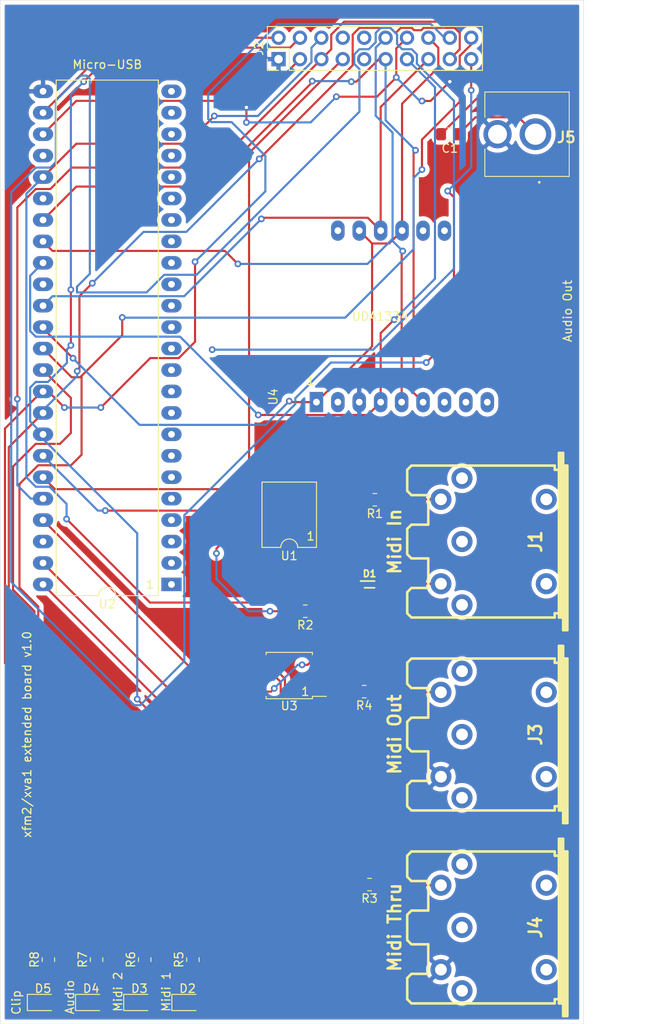
<source format=kicad_pcb>
(kicad_pcb (version 20171130) (host pcbnew "(5.1.10)-1")
  (layers (0 F.Cu signal) (31 B.Cu signal) (34 B.Paste user) (35 F.Paste user) (36 B.SilkS user) (37 F.SilkS user) (38 B.Mask user) (39 F.Mask user) (44 Edge.Cuts user))
  (net 0 "")
  (net 1 "Net-(C1-Pad1)")
  (net 2 SPDIF_OUT)
  (net 3 /MIDI_TX)
  (net 4 /MIDI_TX_RETURN)
  (net 5 "Net-(D2-Pad2)")
  (net 6 GND)
  (net 7 "Net-(D3-Pad2)")
  (net 8 "Net-(D4-Pad2)")
  (net 9 "Net-(D5-Pad2)")
  (net 10 "Net-(J1-Pad4)")
  (net 11 /*UART_TX)
  (net 12 /*UART_RX)
  (net 13 MIDI_THRU)
  (net 14 MIDI_OUT)
  (net 15 I2S_SCK)
  (net 16 I2S_SDA)
  (net 17 I2S_WS)
  (net 18 I2S_MUTE)
  (net 19 I2S_VCC)
  (net 20 LED_CLIP)
  (net 21 LED_AUDIO)
  (net 22 LED_MIDI_2)
  (net 23 LED_MIDI_1)
  (net 24 "Net-(J3-Pad4)")
  (net 25 "Net-(J4-Pad4)")
  (net 26 MIDI_IN_RETURN)
  (net 27 /EEPROM_VCC)
  (net 28 MIDI_IN)
  (net 29 /EEPROM_SCL)
  (net 30 /EEPROM_SDA)
  (net 31 "Net-(J1-Pad3)")
  (net 32 "Net-(J1-Pad2)")
  (net 33 "Net-(J1-Pad1)")
  (net 34 "Net-(J2-Pad8)")
  (net 35 "Net-(J2-Pad9)")
  (net 36 "Net-(J2-Pad10)")
  (net 37 "Net-(J3-Pad1)")
  (net 38 "Net-(J3-Pad2)")
  (net 39 "Net-(J3-Pad3)")
  (net 40 "Net-(J4-Pad3)")
  (net 41 "Net-(J4-Pad2)")
  (net 42 "Net-(J4-Pad1)")
  (net 43 "Net-(U1-Pad3)")
  (net 44 "Net-(U1-Pad6)")
  (net 45 "Net-(U2-Pad1)")
  (net 46 "Net-(U2-Pad2)")
  (net 47 "Net-(U2-Pad3)")
  (net 48 "Net-(U2-Pad4)")
  (net 49 "Net-(U2-Pad28)")
  (net 50 "Net-(U2-Pad5)")
  (net 51 "Net-(U2-Pad6)")
  (net 52 "Net-(U2-Pad30)")
  (net 53 "Net-(U2-Pad7)")
  (net 54 "Net-(U2-Pad8)")
  (net 55 "Net-(U2-Pad9)")
  (net 56 "Net-(U2-Pad10)")
  (net 57 "Net-(U2-Pad34)")
  (net 58 "Net-(U2-Pad11)")
  (net 59 "Net-(U2-Pad12)")
  (net 60 "Net-(U2-Pad13)")
  (net 61 "Net-(U2-Pad14)")
  (net 62 "Net-(U2-Pad15)")
  (net 63 "Net-(U2-Pad16)")
  (net 64 "Net-(U2-Pad17)")
  (net 65 "Net-(U2-Pad18)")
  (net 66 "Net-(U2-Pad19)")
  (net 67 "Net-(U2-Pad20)")
  (net 68 "Net-(U2-Pad21)")
  (net 69 "Net-(U2-Pad22)")
  (net 70 "Net-(U2-Pad46)")
  (net 71 "Net-(U2-Pad23)")
  (net 72 VCC)
  (net 73 "Net-(U4-Pad10)")
  (net 74 "Net-(U4-Pad2)")
  (net 75 "Net-(U4-Pad7)")
  (net 76 "Net-(U4-Pad8)")
  (net 77 "Net-(U4-Pad9)")
  (net 78 "Net-(U4-Pad14)")
  (net 79 "Net-(U4-Pad15)")
  (module samacsys:KLPX0848A2Y (layer F.Cu) (at 199.39 50.165 180)
    (fp_text reference J5 (at -3.66 -0.375 180) (layer F.SilkS) (effects (font (size 1.27 1.27) (thickness 0.254))))
    (fp_text value Conn_Coaxial hide)
    (pad 1 thru_hole circle (at 0 0 180) (size 3.765 3.765) (drill 2.51) (layers *.Cu *.Mask) (net 1 "Net-(C1-Pad1)"))
    (pad 2 thru_hole circle (at 4.5 0 180) (size 3.36 3.36) (drill 2.24) (layers *.Cu *.Mask) (net 6 GND))
  )
  (module samacsys:SODFL1608X70N (layer F.Cu) (at 179.705 103.505)
    (fp_text reference D1 (at 0 -1.27) (layer F.SilkS) (effects (font (size 0.8 0.8) (thickness 0.2))))
    (fp_text value D hide)
    (pad 1 smd rect (at -0.8 0 90) (size 0.42 0.54) (layers F.Cu F.Paste F.Mask) (net 3 /MIDI_TX))
    (pad 2 smd rect (at 0.8 0 90) (size 0.42 0.54) (layers F.Cu F.Paste F.Mask) (net 4 /MIDI_TX_RETURN))
  )
  (module Capacitor_SMD:C_0805_2012Metric_Pad1.18x1.45mm_HandSolder (layer F.Cu) (at 189.23 50.165 180)
    (fp_text reference C1 (at 0 -1.68) (layer F.SilkS))
    (fp_text value 10nF)
    (pad 1 smd roundrect (at -1.0375 0 180) (size 1.175 1.45) (layers F.Cu F.Paste F.Mask) (roundrect_rratio 0.212766) (net 1 "Net-(C1-Pad1)"))
    (pad 2 smd roundrect (at 1.0375 0 180) (size 1.175 1.45) (layers F.Cu F.Paste F.Mask) (roundrect_rratio 0.212766) (net 2 SPDIF_OUT))
  )
  (module LED_SMD:LED_0805_2012Metric_Pad1.15x1.40mm_HandSolder (layer F.Cu) (at 158.115 153.035)
    (fp_text reference D2 (at 0 -1.65) (layer F.SilkS))
    (fp_text value LED_MIDI_1)
    (pad 2 smd roundrect (at 1.025 0) (size 1.15 1.4) (layers F.Cu F.Paste F.Mask) (roundrect_rratio 0.217391) (net 5 "Net-(D2-Pad2)"))
    (pad 1 smd roundrect (at -1.025 0) (size 1.15 1.4) (layers F.Cu F.Paste F.Mask) (roundrect_rratio 0.217391) (net 6 GND))
  )
  (module LED_SMD:LED_0805_2012Metric_Pad1.15x1.40mm_HandSolder (layer F.Cu) (at 152.4 153.035)
    (fp_text reference D3 (at 0 -1.65) (layer F.SilkS))
    (fp_text value LED_MIDI_2)
    (pad 1 smd roundrect (at -1.025 0) (size 1.15 1.4) (layers F.Cu F.Paste F.Mask) (roundrect_rratio 0.217391) (net 6 GND))
    (pad 2 smd roundrect (at 1.025 0) (size 1.15 1.4) (layers F.Cu F.Paste F.Mask) (roundrect_rratio 0.217391) (net 7 "Net-(D3-Pad2)"))
  )
  (module LED_SMD:LED_0805_2012Metric_Pad1.15x1.40mm_HandSolder (layer F.Cu) (at 146.685 153.035)
    (fp_text reference D4 (at 0 -1.65) (layer F.SilkS))
    (fp_text value LED_AUDIO)
    (pad 1 smd roundrect (at -1.025 0) (size 1.15 1.4) (layers F.Cu F.Paste F.Mask) (roundrect_rratio 0.217391) (net 6 GND))
    (pad 2 smd roundrect (at 1.025 0) (size 1.15 1.4) (layers F.Cu F.Paste F.Mask) (roundrect_rratio 0.217391) (net 8 "Net-(D4-Pad2)"))
  )
  (module LED_SMD:LED_0805_2012Metric_Pad1.15x1.40mm_HandSolder (layer F.Cu) (at 140.97 153.035)
    (fp_text reference D5 (at 0 -1.65) (layer F.SilkS))
    (fp_text value LED_CLIP)
    (pad 2 smd roundrect (at 1.025 0) (size 1.15 1.4) (layers F.Cu F.Paste F.Mask) (roundrect_rratio 0.217391) (net 9 "Net-(D5-Pad2)"))
    (pad 1 smd roundrect (at -1.025 0) (size 1.15 1.4) (layers F.Cu F.Paste F.Mask) (roundrect_rratio 0.217391) (net 6 GND))
  )
  (module avconnectors:din-5 (layer F.Cu) (at 193.675 98.425 90)
    (fp_text reference J1 (at 0 5.715 90) (layer F.SilkS) (effects (font (size 1.5 1.5) (thickness 0.3))))
    (fp_text value "Midi In" (at 0 -11 90) (layer F.SilkS) (effects (font (size 1.5 1.5) (thickness 0.3))))
    (pad 3 thru_hole circle (at -7.5 -3 90) (size 2.5 2.5) (drill 1.4) (layers *.Cu *.Mask) (net 31 "Net-(J1-Pad3)"))
    (pad 4 thru_hole circle (at 5 -5.5 90) (size 2.5 2.5) (drill 1.4) (layers *.Cu *.Mask) (net 10 "Net-(J1-Pad4)"))
    (pad 2 thru_hole circle (at 0 -3 90) (size 2.5 2.5) (drill 1.4) (layers *.Cu *.Mask) (net 32 "Net-(J1-Pad2)"))
    (pad 1 thru_hole circle (at 7.5 -3 90) (size 2.5 2.5) (drill 1.4) (layers *.Cu *.Mask) (net 33 "Net-(J1-Pad1)"))
    (pad 5 thru_hole circle (at -5 -5.5 90) (size 2.5 2.5) (drill 1.4) (layers *.Cu *.Mask) (net 4 /MIDI_TX_RETURN))
    (pad 6 thru_hole circle (at 5 7 90) (size 2.5 2.5) (drill 1.4) (layers *.Cu *.Mask))
    (pad 6 thru_hole circle (at -5 7 90) (size 2.5 2.5) (drill 1.4) (layers *.Cu *.Mask))
  )
  (module Connector_PinHeader_2.54mm:PinHeader_2x10_P2.54mm_Vertical (layer F.Cu) (at 168.91 41.275 90)
    (fp_text reference J2 (at 1.27 -2.33 90) (layer F.SilkS))
    (fp_text value "Pin Breakout")
    (pad 1 thru_hole rect (at 0 0 90) (size 1.7 1.7) (drill 1) (layers *.Cu *.Mask) (net 6 GND))
    (pad 2 thru_hole oval (at 2.54 0 90) (size 1.7 1.7) (drill 1) (layers *.Cu *.Mask) (net 11 /*UART_TX))
    (pad 3 thru_hole oval (at 0 2.54 90) (size 1.7 1.7) (drill 1) (layers *.Cu *.Mask) (net 12 /*UART_RX))
    (pad 4 thru_hole oval (at 2.54 2.54 90) (size 1.7 1.7) (drill 1) (layers *.Cu *.Mask) (net 13 MIDI_THRU))
    (pad 5 thru_hole oval (at 0 5.08 90) (size 1.7 1.7) (drill 1) (layers *.Cu *.Mask) (net 2 SPDIF_OUT))
    (pad 6 thru_hole oval (at 2.54 5.08 90) (size 1.7 1.7) (drill 1) (layers *.Cu *.Mask) (net 14 MIDI_OUT))
    (pad 7 thru_hole oval (at 0 7.62 90) (size 1.7 1.7) (drill 1) (layers *.Cu *.Mask) (net 28 MIDI_IN))
    (pad 8 thru_hole oval (at 2.54 7.62 90) (size 1.7 1.7) (drill 1) (layers *.Cu *.Mask) (net 34 "Net-(J2-Pad8)"))
    (pad 9 thru_hole oval (at 0 10.16 90) (size 1.7 1.7) (drill 1) (layers *.Cu *.Mask) (net 35 "Net-(J2-Pad9)"))
    (pad 10 thru_hole oval (at 2.54 10.16 90) (size 1.7 1.7) (drill 1) (layers *.Cu *.Mask) (net 36 "Net-(J2-Pad10)"))
    (pad 11 thru_hole oval (at 0 12.7 90) (size 1.7 1.7) (drill 1) (layers *.Cu *.Mask) (net 15 I2S_SCK))
    (pad 12 thru_hole oval (at 2.54 12.7 90) (size 1.7 1.7) (drill 1) (layers *.Cu *.Mask) (net 16 I2S_SDA))
    (pad 13 thru_hole oval (at 0 15.24 90) (size 1.7 1.7) (drill 1) (layers *.Cu *.Mask) (net 17 I2S_WS))
    (pad 14 thru_hole oval (at 2.54 15.24 90) (size 1.7 1.7) (drill 1) (layers *.Cu *.Mask) (net 6 GND))
    (pad 15 thru_hole oval (at 0 17.78 90) (size 1.7 1.7) (drill 1) (layers *.Cu *.Mask) (net 18 I2S_MUTE))
    (pad 16 thru_hole oval (at 2.54 17.78 90) (size 1.7 1.7) (drill 1) (layers *.Cu *.Mask) (net 19 I2S_VCC))
    (pad 17 thru_hole oval (at 0 20.32 90) (size 1.7 1.7) (drill 1) (layers *.Cu *.Mask) (net 20 LED_CLIP))
    (pad 18 thru_hole oval (at 2.54 20.32 90) (size 1.7 1.7) (drill 1) (layers *.Cu *.Mask) (net 21 LED_AUDIO))
    (pad 19 thru_hole oval (at 0 22.86 90) (size 1.7 1.7) (drill 1) (layers *.Cu *.Mask) (net 22 LED_MIDI_2))
    (pad 20 thru_hole oval (at 2.54 22.86 90) (size 1.7 1.7) (drill 1) (layers *.Cu *.Mask) (net 23 LED_MIDI_1))
  )
  (module avconnectors:din-5 (layer F.Cu) (at 193.675 121.285 90)
    (fp_text reference J3 (at 0 5.715 90) (layer F.SilkS) (effects (font (size 1.5 1.5) (thickness 0.3))))
    (fp_text value "Midi Out" (at 0 -11 90) (layer F.SilkS) (effects (font (size 1.5 1.5) (thickness 0.3))))
    (pad 6 thru_hole circle (at -5 7 90) (size 2.5 2.5) (drill 1.4) (layers *.Cu *.Mask))
    (pad 6 thru_hole circle (at 5 7 90) (size 2.5 2.5) (drill 1.4) (layers *.Cu *.Mask))
    (pad 5 thru_hole circle (at -5 -5.5 90) (size 2.5 2.5) (drill 1.4) (layers *.Cu *.Mask) (net 6 GND))
    (pad 1 thru_hole circle (at 7.5 -3 90) (size 2.5 2.5) (drill 1.4) (layers *.Cu *.Mask) (net 37 "Net-(J3-Pad1)"))
    (pad 2 thru_hole circle (at 0 -3 90) (size 2.5 2.5) (drill 1.4) (layers *.Cu *.Mask) (net 38 "Net-(J3-Pad2)"))
    (pad 4 thru_hole circle (at 5 -5.5 90) (size 2.5 2.5) (drill 1.4) (layers *.Cu *.Mask) (net 24 "Net-(J3-Pad4)"))
    (pad 3 thru_hole circle (at -7.5 -3 90) (size 2.5 2.5) (drill 1.4) (layers *.Cu *.Mask) (net 39 "Net-(J3-Pad3)"))
  )
  (module avconnectors:din-5 (layer F.Cu) (at 193.675 144.145 90)
    (fp_text reference J4 (at 0 5.715 90) (layer F.SilkS) (effects (font (size 1.5 1.5) (thickness 0.3))))
    (fp_text value "Midi Thru" (at 0 -11 90) (layer F.SilkS) (effects (font (size 1.5 1.5) (thickness 0.3))))
    (pad 3 thru_hole circle (at -7.5 -3 90) (size 2.5 2.5) (drill 1.4) (layers *.Cu *.Mask) (net 40 "Net-(J4-Pad3)"))
    (pad 4 thru_hole circle (at 5 -5.5 90) (size 2.5 2.5) (drill 1.4) (layers *.Cu *.Mask) (net 25 "Net-(J4-Pad4)"))
    (pad 2 thru_hole circle (at 0 -3 90) (size 2.5 2.5) (drill 1.4) (layers *.Cu *.Mask) (net 41 "Net-(J4-Pad2)"))
    (pad 1 thru_hole circle (at 7.5 -3 90) (size 2.5 2.5) (drill 1.4) (layers *.Cu *.Mask) (net 42 "Net-(J4-Pad1)"))
    (pad 5 thru_hole circle (at -5 -5.5 90) (size 2.5 2.5) (drill 1.4) (layers *.Cu *.Mask) (net 6 GND))
    (pad 6 thru_hole circle (at 5 7 90) (size 2.5 2.5) (drill 1.4) (layers *.Cu *.Mask))
    (pad 6 thru_hole circle (at -5 7 90) (size 2.5 2.5) (drill 1.4) (layers *.Cu *.Mask))
  )
  (module Package_DIP:DIP-48_W15.24mm_LongPads (layer F.Cu) (at 156.21 103.505 180)
    (fp_text reference U2 (at 7.62 -2.33) (layer F.SilkS))
    (fp_text value CmodA7-35T)
    (pad 1 thru_hole rect (at 0 0 180) (size 2.4 1.6) (drill 0.8) (layers *.Cu *.Mask) (net 45 "Net-(U2-Pad1)"))
    (pad 25 thru_hole oval (at 15.24 58.42 180) (size 2.4 1.6) (drill 0.8) (layers *.Cu *.Mask) (net 6 GND))
    (pad 2 thru_hole oval (at 0 2.54 180) (size 2.4 1.6) (drill 0.8) (layers *.Cu *.Mask) (net 46 "Net-(U2-Pad2)"))
    (pad 26 thru_hole oval (at 15.24 55.88 180) (size 2.4 1.6) (drill 0.8) (layers *.Cu *.Mask) (net 11 /*UART_TX))
    (pad 3 thru_hole oval (at 0 5.08 180) (size 2.4 1.6) (drill 0.8) (layers *.Cu *.Mask) (net 47 "Net-(U2-Pad3)"))
    (pad 27 thru_hole oval (at 15.24 53.34 180) (size 2.4 1.6) (drill 0.8) (layers *.Cu *.Mask) (net 12 /*UART_RX))
    (pad 4 thru_hole oval (at 0 7.62 180) (size 2.4 1.6) (drill 0.8) (layers *.Cu *.Mask) (net 48 "Net-(U2-Pad4)"))
    (pad 28 thru_hole oval (at 15.24 50.8 180) (size 2.4 1.6) (drill 0.8) (layers *.Cu *.Mask) (net 49 "Net-(U2-Pad28)"))
    (pad 5 thru_hole oval (at 0 10.16 180) (size 2.4 1.6) (drill 0.8) (layers *.Cu *.Mask) (net 50 "Net-(U2-Pad5)"))
    (pad 29 thru_hole oval (at 15.24 48.26 180) (size 2.4 1.6) (drill 0.8) (layers *.Cu *.Mask) (net 14 MIDI_OUT))
    (pad 6 thru_hole oval (at 0 12.7 180) (size 2.4 1.6) (drill 0.8) (layers *.Cu *.Mask) (net 51 "Net-(U2-Pad6)"))
    (pad 30 thru_hole oval (at 15.24 45.72 180) (size 2.4 1.6) (drill 0.8) (layers *.Cu *.Mask) (net 52 "Net-(U2-Pad30)"))
    (pad 7 thru_hole oval (at 0 15.24 180) (size 2.4 1.6) (drill 0.8) (layers *.Cu *.Mask) (net 53 "Net-(U2-Pad7)"))
    (pad 31 thru_hole oval (at 15.24 43.18 180) (size 2.4 1.6) (drill 0.8) (layers *.Cu *.Mask) (net 15 I2S_SCK))
    (pad 8 thru_hole oval (at 0 17.78 180) (size 2.4 1.6) (drill 0.8) (layers *.Cu *.Mask) (net 54 "Net-(U2-Pad8)"))
    (pad 32 thru_hole oval (at 15.24 40.64 180) (size 2.4 1.6) (drill 0.8) (layers *.Cu *.Mask) (net 16 I2S_SDA))
    (pad 9 thru_hole oval (at 0 20.32 180) (size 2.4 1.6) (drill 0.8) (layers *.Cu *.Mask) (net 55 "Net-(U2-Pad9)"))
    (pad 33 thru_hole oval (at 15.24 38.1 180) (size 2.4 1.6) (drill 0.8) (layers *.Cu *.Mask) (net 17 I2S_WS))
    (pad 10 thru_hole oval (at 0 22.86 180) (size 2.4 1.6) (drill 0.8) (layers *.Cu *.Mask) (net 56 "Net-(U2-Pad10)"))
    (pad 34 thru_hole oval (at 15.24 35.56 180) (size 2.4 1.6) (drill 0.8) (layers *.Cu *.Mask) (net 57 "Net-(U2-Pad34)"))
    (pad 11 thru_hole oval (at 0 25.4 180) (size 2.4 1.6) (drill 0.8) (layers *.Cu *.Mask) (net 58 "Net-(U2-Pad11)"))
    (pad 35 thru_hole oval (at 15.24 33.02 180) (size 2.4 1.6) (drill 0.8) (layers *.Cu *.Mask) (net 18 I2S_MUTE))
    (pad 12 thru_hole oval (at 0 27.94 180) (size 2.4 1.6) (drill 0.8) (layers *.Cu *.Mask) (net 59 "Net-(U2-Pad12)"))
    (pad 36 thru_hole oval (at 15.24 30.48 180) (size 2.4 1.6) (drill 0.8) (layers *.Cu *.Mask) (net 19 I2S_VCC))
    (pad 13 thru_hole oval (at 0 30.48 180) (size 2.4 1.6) (drill 0.8) (layers *.Cu *.Mask) (net 60 "Net-(U2-Pad13)"))
    (pad 37 thru_hole oval (at 15.24 27.94 180) (size 2.4 1.6) (drill 0.8) (layers *.Cu *.Mask) (net 23 LED_MIDI_1))
    (pad 14 thru_hole oval (at 0 33.02 180) (size 2.4 1.6) (drill 0.8) (layers *.Cu *.Mask) (net 61 "Net-(U2-Pad14)"))
    (pad 38 thru_hole oval (at 15.24 25.4 180) (size 2.4 1.6) (drill 0.8) (layers *.Cu *.Mask) (net 22 LED_MIDI_2))
    (pad 15 thru_hole oval (at 0 35.56 180) (size 2.4 1.6) (drill 0.8) (layers *.Cu *.Mask) (net 62 "Net-(U2-Pad15)"))
    (pad 39 thru_hole oval (at 15.24 22.86 180) (size 2.4 1.6) (drill 0.8) (layers *.Cu *.Mask) (net 21 LED_AUDIO))
    (pad 16 thru_hole oval (at 0 38.1 180) (size 2.4 1.6) (drill 0.8) (layers *.Cu *.Mask) (net 63 "Net-(U2-Pad16)"))
    (pad 40 thru_hole oval (at 15.24 20.32 180) (size 2.4 1.6) (drill 0.8) (layers *.Cu *.Mask) (net 20 LED_CLIP))
    (pad 17 thru_hole oval (at 0 40.64 180) (size 2.4 1.6) (drill 0.8) (layers *.Cu *.Mask) (net 64 "Net-(U2-Pad17)"))
    (pad 41 thru_hole oval (at 15.24 17.78 180) (size 2.4 1.6) (drill 0.8) (layers *.Cu *.Mask) (net 13 MIDI_THRU))
    (pad 18 thru_hole oval (at 0 43.18 180) (size 2.4 1.6) (drill 0.8) (layers *.Cu *.Mask) (net 65 "Net-(U2-Pad18)"))
    (pad 42 thru_hole oval (at 15.24 15.24 180) (size 2.4 1.6) (drill 0.8) (layers *.Cu *.Mask) (net 26 MIDI_IN_RETURN))
    (pad 19 thru_hole oval (at 0 45.72 180) (size 2.4 1.6) (drill 0.8) (layers *.Cu *.Mask) (net 66 "Net-(U2-Pad19)"))
    (pad 43 thru_hole oval (at 15.24 12.7 180) (size 2.4 1.6) (drill 0.8) (layers *.Cu *.Mask) (net 28 MIDI_IN))
    (pad 20 thru_hole oval (at 0 48.26 180) (size 2.4 1.6) (drill 0.8) (layers *.Cu *.Mask) (net 67 "Net-(U2-Pad20)"))
    (pad 44 thru_hole oval (at 15.24 10.16 180) (size 2.4 1.6) (drill 0.8) (layers *.Cu *.Mask) (net 2 SPDIF_OUT))
    (pad 21 thru_hole oval (at 0 50.8 180) (size 2.4 1.6) (drill 0.8) (layers *.Cu *.Mask) (net 68 "Net-(U2-Pad21)"))
    (pad 45 thru_hole oval (at 15.24 7.62 180) (size 2.4 1.6) (drill 0.8) (layers *.Cu *.Mask) (net 27 /EEPROM_VCC))
    (pad 22 thru_hole oval (at 0 53.34 180) (size 2.4 1.6) (drill 0.8) (layers *.Cu *.Mask) (net 69 "Net-(U2-Pad22)"))
    (pad 46 thru_hole oval (at 15.24 5.08 180) (size 2.4 1.6) (drill 0.8) (layers *.Cu *.Mask) (net 70 "Net-(U2-Pad46)"))
    (pad 23 thru_hole oval (at 0 55.88 180) (size 2.4 1.6) (drill 0.8) (layers *.Cu *.Mask) (net 71 "Net-(U2-Pad23)"))
    (pad 47 thru_hole oval (at 15.24 2.54 180) (size 2.4 1.6) (drill 0.8) (layers *.Cu *.Mask) (net 29 /EEPROM_SCL))
    (pad 24 thru_hole oval (at 0 58.42 180) (size 2.4 1.6) (drill 0.8) (layers *.Cu *.Mask) (net 72 VCC))
    (pad 48 thru_hole oval (at 15.24 0 180) (size 2.4 1.6) (drill 0.8) (layers *.Cu *.Mask) (net 30 /EEPROM_SDA))
  )
  (module Package_SO:SOIC-8_5.275x5.275mm_P1.27mm (layer F.Cu) (at 170.18 114.3 180)
    (fp_text reference U3 (at 0 -3.59) (layer F.SilkS))
    (fp_text value 24LC01)
    (pad 1 smd roundrect (at -3.6 -1.905 180) (size 1.6 0.6) (layers F.Cu F.Paste F.Mask) (net 6 GND))
    (pad 2 smd roundrect (at -3.6 -0.635 180) (size 1.6 0.6) (layers F.Cu F.Paste F.Mask) (net 6 GND))
    (pad 3 smd roundrect (at -3.6 0.635 180) (size 1.6 0.6) (layers F.Cu F.Paste F.Mask) (net 27 /EEPROM_VCC))
    (pad 4 smd roundrect (at -3.6 1.905 180) (size 1.6 0.6) (layers F.Cu F.Paste F.Mask) (net 6 GND))
    (pad 5 smd roundrect (at 3.6 1.905 180) (size 1.6 0.6) (layers F.Cu F.Paste F.Mask) (net 30 /EEPROM_SDA))
    (pad 6 smd roundrect (at 3.6 0.635 180) (size 1.6 0.6) (layers F.Cu F.Paste F.Mask) (net 29 /EEPROM_SCL))
    (pad 7 smd roundrect (at 3.6 -0.635 180) (size 1.6 0.6) (layers F.Cu F.Paste F.Mask) (net 6 GND))
    (pad 8 smd roundrect (at 3.6 -1.905 180) (size 1.6 0.6) (layers F.Cu F.Paste F.Mask) (net 27 /EEPROM_VCC))
  )
  (module xfm2:Adafruit_UDA1334A_Breakout (layer F.Cu) (at 168.275 81.915 90)
    (fp_text reference U4 (at 0.635 0 90) (layer F.SilkS))
    (fp_text value UDA1334A)
    (pad 10 thru_hole oval (at 20.328 7.67 90) (size 2.4 1.6) (drill 0.8) (layers *.Cu *.Mask) (net 73 "Net-(U4-Pad10)"))
    (pad 4 thru_hole oval (at 0.008 12.75 90) (size 2.4 1.6) (drill 0.8) (layers *.Cu *.Mask) (net 17 I2S_WS))
    (pad 11 thru_hole oval (at 20.328 10.21 90) (size 2.4 1.6) (drill 0.8) (layers *.Cu *.Mask) (net 19 I2S_VCC))
    (pad 3 thru_hole oval (at 0.008 10.21 90) (size 2.4 1.6) (drill 0.8) (layers *.Cu *.Mask) (net 6 GND))
    (pad 12 thru_hole oval (at 20.328 12.75 90) (size 2.4 1.6) (drill 0.8) (layers *.Cu *.Mask) (net 18 I2S_MUTE))
    (pad 2 thru_hole oval (at 0.008 7.67 90) (size 2.4 1.6) (drill 0.8) (layers *.Cu *.Mask) (net 74 "Net-(U4-Pad2)"))
    (pad 13 thru_hole oval (at 20.328 15.29 90) (size 2.4 1.6) (drill 0.8) (layers *.Cu *.Mask) (net 19 I2S_VCC))
    (pad 1 thru_hole rect (at 0.008 5.13 90) (size 2.4 1.6) (drill 0.8) (layers *.Cu *.Mask) (net 19 I2S_VCC))
    (pad 5 thru_hole oval (at 0.008 15.24 90) (size 2.4 1.6) (drill 0.8) (layers *.Cu *.Mask) (net 16 I2S_SDA))
    (pad 6 thru_hole oval (at 0 17.78 90) (size 2.4 1.6) (drill 0.8) (layers *.Cu *.Mask) (net 15 I2S_SCK))
    (pad 7 thru_hole oval (at 0 20.32 90) (size 2.4 1.6) (drill 0.8) (layers *.Cu *.Mask) (net 75 "Net-(U4-Pad7)"))
    (pad 8 thru_hole oval (at 0 22.86 90) (size 2.4 1.6) (drill 0.8) (layers *.Cu *.Mask) (net 76 "Net-(U4-Pad8)"))
    (pad 9 thru_hole oval (at 0 25.4 90) (size 2.4 1.6) (drill 0.8) (layers *.Cu *.Mask) (net 77 "Net-(U4-Pad9)"))
    (pad 14 thru_hole oval (at 20.32 17.78 90) (size 2.4 1.6) (drill 0.8) (layers *.Cu *.Mask) (net 78 "Net-(U4-Pad14)"))
    (pad 15 thru_hole oval (at 20.32 20.32 90) (size 2.4 1.6) (drill 0.8) (layers *.Cu *.Mask) (net 79 "Net-(U4-Pad15)"))
  )
  (module Resistor_SMD:R_0805_2012Metric_Pad1.20x1.40mm_HandSolder (layer F.Cu) (at 180.34 93.472 180)
    (fp_text reference R1 (at 0 -1.65) (layer F.SilkS))
    (fp_text value 220)
    (pad 2 smd roundrect (at 1 0 180) (size 1.2 1.4) (layers F.Cu F.Paste F.Mask) (roundrect_rratio 0.208333) (net 3 /MIDI_TX))
    (pad 1 smd roundrect (at -1 0 180) (size 1.2 1.4) (layers F.Cu F.Paste F.Mask) (roundrect_rratio 0.208333) (net 10 "Net-(J1-Pad4)"))
  )
  (module Resistor_SMD:R_0805_2012Metric_Pad1.20x1.40mm_HandSolder (layer F.Cu) (at 172.085 106.68 180)
    (fp_text reference R2 (at 0 -1.65) (layer F.SilkS))
    (fp_text value 470)
    (pad 1 smd roundrect (at -1 0 180) (size 1.2 1.4) (layers F.Cu F.Paste F.Mask) (roundrect_rratio 0.208333) (net 27 /EEPROM_VCC))
    (pad 2 smd roundrect (at 1 0 180) (size 1.2 1.4) (layers F.Cu F.Paste F.Mask) (roundrect_rratio 0.208333) (net 26 MIDI_IN_RETURN))
  )
  (module Resistor_SMD:R_0805_2012Metric_Pad1.20x1.40mm_HandSolder (layer F.Cu) (at 179.705 139.065 180)
    (fp_text reference R3 (at 0 -1.65) (layer F.SilkS))
    (fp_text value 33)
    (pad 1 smd roundrect (at -1 0 180) (size 1.2 1.4) (layers F.Cu F.Paste F.Mask) (roundrect_rratio 0.208333) (net 25 "Net-(J4-Pad4)"))
    (pad 2 smd roundrect (at 1 0 180) (size 1.2 1.4) (layers F.Cu F.Paste F.Mask) (roundrect_rratio 0.208333) (net 13 MIDI_THRU))
  )
  (module Resistor_SMD:R_0805_2012Metric_Pad1.20x1.40mm_HandSolder (layer F.Cu) (at 179.07 116.205 180)
    (fp_text reference R4 (at 0 -1.65) (layer F.SilkS))
    (fp_text value 33)
    (pad 2 smd roundrect (at 1 0 180) (size 1.2 1.4) (layers F.Cu F.Paste F.Mask) (roundrect_rratio 0.208333) (net 14 MIDI_OUT))
    (pad 1 smd roundrect (at -1 0 180) (size 1.2 1.4) (layers F.Cu F.Paste F.Mask) (roundrect_rratio 0.208333) (net 24 "Net-(J3-Pad4)"))
  )
  (module Resistor_SMD:R_0805_2012Metric_Pad1.20x1.40mm_HandSolder (layer F.Cu) (at 158.75 147.955 90)
    (fp_text reference R5 (at 0 -1.65 90) (layer F.SilkS))
    (fp_text value 220)
    (pad 2 smd roundrect (at 1 0 90) (size 1.2 1.4) (layers F.Cu F.Paste F.Mask) (roundrect_rratio 0.208333) (net 23 LED_MIDI_1))
    (pad 1 smd roundrect (at -1 0 90) (size 1.2 1.4) (layers F.Cu F.Paste F.Mask) (roundrect_rratio 0.208333) (net 5 "Net-(D2-Pad2)"))
  )
  (module Resistor_SMD:R_0805_2012Metric_Pad1.20x1.40mm_HandSolder (layer F.Cu) (at 153.035 147.955 90)
    (fp_text reference R6 (at 0 -1.65 90) (layer F.SilkS))
    (fp_text value 220)
    (pad 1 smd roundrect (at -1 0 90) (size 1.2 1.4) (layers F.Cu F.Paste F.Mask) (roundrect_rratio 0.208333) (net 7 "Net-(D3-Pad2)"))
    (pad 2 smd roundrect (at 1 0 90) (size 1.2 1.4) (layers F.Cu F.Paste F.Mask) (roundrect_rratio 0.208333) (net 22 LED_MIDI_2))
  )
  (module Resistor_SMD:R_0805_2012Metric_Pad1.20x1.40mm_HandSolder (layer F.Cu) (at 147.32 147.955 90)
    (fp_text reference R7 (at 0 -1.65 90) (layer F.SilkS))
    (fp_text value 220)
    (pad 2 smd roundrect (at 1 0 90) (size 1.2 1.4) (layers F.Cu F.Paste F.Mask) (roundrect_rratio 0.208333) (net 21 LED_AUDIO))
    (pad 1 smd roundrect (at -1 0 90) (size 1.2 1.4) (layers F.Cu F.Paste F.Mask) (roundrect_rratio 0.208333) (net 8 "Net-(D4-Pad2)"))
  )
  (module Resistor_SMD:R_0805_2012Metric_Pad1.20x1.40mm_HandSolder (layer F.Cu) (at 141.605 147.955 90)
    (fp_text reference R8 (at 0 -1.65 90) (layer F.SilkS))
    (fp_text value 220)
    (pad 1 smd roundrect (at -1 0 90) (size 1.2 1.4) (layers F.Cu F.Paste F.Mask) (roundrect_rratio 0.208333) (net 9 "Net-(D5-Pad2)"))
    (pad 2 smd roundrect (at 1 0 90) (size 1.2 1.4) (layers F.Cu F.Paste F.Mask) (roundrect_rratio 0.208333) (net 20 LED_CLIP))
  )
  (module Package_DIP:SMDIP-6_W9.53mm_Clearance8mm (layer F.Cu) (at 170.18 95.25 180)
    (fp_text reference U1 (at 0 -4.87) (layer F.SilkS))
    (fp_text value 4N36)
    (pad 1 smd rect (at -4.765 -2.54 180) (size 1.5 1.78) (layers F.Cu F.Paste F.Mask) (net 3 /MIDI_TX))
    (pad 4 smd rect (at 4.765 2.54 180) (size 1.5 1.78) (layers F.Cu F.Paste F.Mask) (net 28 MIDI_IN))
    (pad 2 smd rect (at -4.765 0 180) (size 1.5 1.78) (layers F.Cu F.Paste F.Mask) (net 4 /MIDI_TX_RETURN))
    (pad 5 smd rect (at 4.765 0 180) (size 1.5 1.78) (layers F.Cu F.Paste F.Mask) (net 26 MIDI_IN_RETURN))
    (pad 3 smd rect (at -4.765 2.54 180) (size 1.5 1.78) (layers F.Cu F.Paste F.Mask) (net 43 "Net-(U1-Pad3)"))
    (pad 6 smd rect (at 4.765 -2.54 180) (size 1.5 1.78) (layers F.Cu F.Paste F.Mask) (net 44 "Net-(U1-Pad6)"))
  )
  (gr_text "xfm2/xva1 extended board v1.0" (at 139.065 121.285 90) (layer F.SilkS) (effects (font (size 1 1))))
  (gr_line (start 205.105 155.575) (end 135.89 155.575) (layer Edge.Cuts) (width 0.05))
  (gr_line (start 205.105 34.29) (end 205.105 155.575) (layer Edge.Cuts) (width 0.05))
  (gr_line (start 135.89 34.29) (end 205.105 34.29) (layer Edge.Cuts) (width 0.05))
  (gr_line (start 135.89 155.575) (end 135.89 34.29) (layer Edge.Cuts) (width 0.05))
  (gr_text "Audio Out" (at 203.2 71.12 90) (layer F.SilkS) (effects (font (size 1 1))))
  (gr_text 1 (at 172.72 97.79) (layer F.SilkS) (effects (font (size 1 1))))
  (gr_text 1 (at 172.085 116.205) (layer F.SilkS) (effects (font (size 1 1))))
  (gr_text 1 (at 153.67 103.505) (layer F.SilkS) (effects (font (size 1 1))))
  (gr_text 1 (at 172.72 79.375) (layer F.SilkS) (effects (font (size 1 1))))
  (gr_text UDA1334 (at 180.975 71.755) (layer F.SilkS) (effects (font (size 1 1))))
  (gr_text Micro-USB (at 148.59 41.91) (layer F.SilkS) (effects (font (size 1 1))))
  (gr_text "Midi 1" (at 155.575 151.765 90) (layer F.SilkS) (effects (font (size 1 1))))
  (gr_text "Midi 2" (at 149.86 151.765 90) (layer F.SilkS) (effects (font (size 1 1))))
  (gr_text Audio (at 144.145 152.4 90) (layer F.SilkS) (effects (font (size 1 1))))
  (gr_text Clip (at 137.795 153.035 90) (layer F.SilkS) (effects (font (size 1 1))))
  (segment (start 192.272501 48.159999) (end 190.2675 50.165) (width 0.25) (layer F.Cu) (net 1))
  (segment (start 197.384999 48.159999) (end 192.272501 48.159999) (width 0.25) (layer F.Cu) (net 1))
  (segment (start 199.39 50.165) (end 197.384999 48.159999) (width 0.25) (layer F.Cu) (net 1))
  (segment (start 188.1925 50.165) (end 194.564 43.7935) (width 0.25) (layer F.Cu) (net 2))
  (segment (start 194.564 43.7935) (end 194.564 38.608) (width 0.25) (layer F.Cu) (net 2))
  (segment (start 194.564 38.608) (end 192.786 36.83) (width 0.25) (layer F.Cu) (net 2))
  (segment (start 175.165001 38.360997) (end 175.165001 40.099999) (width 0.25) (layer F.Cu) (net 2))
  (segment (start 175.165001 40.099999) (end 173.99 41.275) (width 0.25) (layer F.Cu) (net 2))
  (segment (start 176.695998 36.83) (end 175.165001 38.360997) (width 0.25) (layer F.Cu) (net 2))
  (segment (start 192.786 36.83) (end 176.695998 36.83) (width 0.25) (layer F.Cu) (net 2))
  (segment (start 140.104006 56.65999) (end 137.922 58.841996) (width 0.25) (layer F.Cu) (net 2))
  (segment (start 141.835994 56.65999) (end 140.104006 56.65999) (width 0.25) (layer F.Cu) (net 2))
  (segment (start 144.375994 54.11999) (end 141.835994 56.65999) (width 0.25) (layer F.Cu) (net 2))
  (segment (start 161.14501 54.11999) (end 144.375994 54.11999) (width 0.25) (layer F.Cu) (net 2))
  (segment (start 173.99 41.275) (end 161.14501 54.11999) (width 0.25) (layer F.Cu) (net 2))
  (via (at 137.922 81.534) (size 0.8) (drill 0.4) (layers F.Cu B.Cu) (net 2))
  (segment (start 137.922 58.841996) (end 137.922 81.534) (width 0.25) (layer F.Cu) (net 2))
  (segment (start 139.52 93.345) (end 140.97 93.345) (width 0.25) (layer B.Cu) (net 2))
  (segment (start 137.922 91.747) (end 139.52 93.345) (width 0.25) (layer B.Cu) (net 2))
  (segment (start 137.922 81.534) (end 137.922 91.747) (width 0.25) (layer B.Cu) (net 2))
  (segment (start 178.905 101.75) (end 174.945 97.79) (width 0.25) (layer F.Cu) (net 3))
  (segment (start 178.905 103.505) (end 178.905 101.75) (width 0.25) (layer F.Cu) (net 3))
  (segment (start 173.869999 96.714999) (end 174.945 97.79) (width 0.25) (layer F.Cu) (net 3))
  (segment (start 173.869999 94.099999) (end 173.869999 96.714999) (width 0.25) (layer F.Cu) (net 3))
  (segment (start 174.044997 93.925001) (end 173.869999 94.099999) (width 0.25) (layer F.Cu) (net 3))
  (segment (start 178.886999 93.925001) (end 174.044997 93.925001) (width 0.25) (layer F.Cu) (net 3))
  (segment (start 179.34 93.472) (end 178.886999 93.925001) (width 0.25) (layer F.Cu) (net 3))
  (segment (start 180.585 103.425) (end 180.505 103.505) (width 0.25) (layer F.Cu) (net 4))
  (segment (start 188.175 103.425) (end 180.585 103.425) (width 0.25) (layer F.Cu) (net 4))
  (segment (start 180.505 100.81) (end 174.945 95.25) (width 0.25) (layer F.Cu) (net 4))
  (segment (start 180.505 103.505) (end 180.505 100.81) (width 0.25) (layer F.Cu) (net 4))
  (segment (start 159.14 149.345) (end 158.75 148.955) (width 0.25) (layer F.Cu) (net 5))
  (segment (start 159.14 153.035) (end 159.14 149.345) (width 0.25) (layer F.Cu) (net 5))
  (segment (start 184.15 38.735) (end 182.88 40.005) (width 0.25) (layer F.Cu) (net 6))
  (via (at 182.88 43.434) (size 0.8) (drill 0.4) (layers F.Cu B.Cu) (net 6))
  (segment (start 182.88 40.005) (end 182.88 43.434) (width 0.25) (layer F.Cu) (net 6))
  (segment (start 182.88 43.434) (end 185.674 46.228) (width 0.25) (layer B.Cu) (net 6))
  (via (at 185.928 46.228) (size 0.8) (drill 0.4) (layers F.Cu B.Cu) (net 6))
  (segment (start 185.674 46.228) (end 185.928 46.228) (width 0.25) (layer B.Cu) (net 6))
  (segment (start 185.928 46.228) (end 186.944 46.228) (width 0.25) (layer F.Cu) (net 6))
  (via (at 189.23 43.942) (size 0.8) (drill 0.4) (layers F.Cu B.Cu) (net 6))
  (segment (start 186.944 46.228) (end 189.23 43.942) (width 0.25) (layer F.Cu) (net 6))
  (via (at 175.768 45.72) (size 0.8) (drill 0.4) (layers F.Cu B.Cu) (net 6))
  (segment (start 180.594 45.72) (end 175.768 45.72) (width 0.25) (layer F.Cu) (net 6))
  (segment (start 182.88 43.434) (end 180.594 45.72) (width 0.25) (layer F.Cu) (net 6))
  (segment (start 175.768 45.72) (end 172.72 48.768) (width 0.25) (layer B.Cu) (net 6))
  (via (at 165.1 48.768) (size 0.8) (drill 0.4) (layers F.Cu B.Cu) (net 6))
  (segment (start 172.72 48.768) (end 165.1 48.768) (width 0.25) (layer B.Cu) (net 6))
  (segment (start 165.1 48.768) (end 165.1 46.99) (width 0.25) (layer F.Cu) (net 6))
  (via (at 165.1 46.99) (size 0.8) (drill 0.4) (layers F.Cu B.Cu) (net 6))
  (segment (start 153.425 149.345) (end 153.035 148.955) (width 0.25) (layer F.Cu) (net 7))
  (segment (start 153.425 153.035) (end 153.425 149.345) (width 0.25) (layer F.Cu) (net 7))
  (segment (start 147.71 149.345) (end 147.32 148.955) (width 0.25) (layer F.Cu) (net 8))
  (segment (start 147.71 153.035) (end 147.71 149.345) (width 0.25) (layer F.Cu) (net 8))
  (segment (start 141.995 149.345) (end 141.605 148.955) (width 0.25) (layer F.Cu) (net 9))
  (segment (start 141.995 153.035) (end 141.995 149.345) (width 0.25) (layer F.Cu) (net 9))
  (segment (start 181.387 93.425) (end 181.34 93.472) (width 0.25) (layer F.Cu) (net 10))
  (segment (start 188.175 93.425) (end 181.387 93.425) (width 0.25) (layer F.Cu) (net 10))
  (segment (start 149.86 38.735) (end 140.97 47.625) (width 0.25) (layer F.Cu) (net 11))
  (segment (start 168.91 38.735) (end 149.86 38.735) (width 0.25) (layer F.Cu) (net 11))
  (segment (start 166.51499 46.21001) (end 171.45 41.275) (width 0.25) (layer F.Cu) (net 12))
  (segment (start 144.92499 46.21001) (end 166.51499 46.21001) (width 0.25) (layer F.Cu) (net 12))
  (segment (start 140.97 50.165) (end 144.92499 46.21001) (width 0.25) (layer F.Cu) (net 12))
  (segment (start 178.705 139.065) (end 174.625 139.065) (width 0.25) (layer F.Cu) (net 13))
  (segment (start 174.625 139.065) (end 174.117 139.065) (width 0.25) (layer F.Cu) (net 13))
  (via (at 152.146 117.094) (size 0.8) (drill 0.4) (layers F.Cu B.Cu) (net 13))
  (segment (start 174.117 139.065) (end 152.146 117.094) (width 0.25) (layer F.Cu) (net 13))
  (segment (start 140.97 86.273996) (end 140.97 85.725) (width 0.25) (layer B.Cu) (net 13))
  (segment (start 152.146 97.449996) (end 140.97 86.273996) (width 0.25) (layer B.Cu) (net 13))
  (segment (start 152.146 117.094) (end 152.146 97.449996) (width 0.25) (layer B.Cu) (net 13))
  (segment (start 170.274999 39.910001) (end 149.827999 39.910001) (width 0.25) (layer F.Cu) (net 13))
  (segment (start 171.45 38.735) (end 170.274999 39.910001) (width 0.25) (layer F.Cu) (net 13))
  (via (at 145.796 43.942) (size 0.8) (drill 0.4) (layers F.Cu B.Cu) (net 13))
  (segment (start 149.827999 39.910001) (end 145.796 43.942) (width 0.25) (layer F.Cu) (net 13))
  (segment (start 145.796 43.942) (end 144.272 45.466) (width 0.25) (layer B.Cu) (net 13))
  (via (at 144.272 68.58) (size 0.8) (drill 0.4) (layers F.Cu B.Cu) (net 13))
  (segment (start 144.272 45.466) (end 144.272 68.58) (width 0.25) (layer B.Cu) (net 13))
  (segment (start 144.272 68.58) (end 144.272 75.184) (width 0.25) (layer F.Cu) (net 13))
  (via (at 144.272 75.184) (size 0.8) (drill 0.4) (layers F.Cu B.Cu) (net 13))
  (segment (start 139.44499 84.19999) (end 140.97 85.725) (width 0.25) (layer B.Cu) (net 13))
  (segment (start 139.44499 80.179006) (end 139.44499 84.19999) (width 0.25) (layer B.Cu) (net 13))
  (segment (start 140.104006 79.51999) (end 139.44499 80.179006) (width 0.25) (layer B.Cu) (net 13))
  (segment (start 143.800999 77.265005) (end 141.546014 79.51999) (width 0.25) (layer B.Cu) (net 13))
  (segment (start 143.800999 75.655001) (end 143.800999 77.265005) (width 0.25) (layer B.Cu) (net 13))
  (segment (start 141.546014 79.51999) (end 140.104006 79.51999) (width 0.25) (layer B.Cu) (net 13))
  (segment (start 144.272 75.184) (end 143.800999 75.655001) (width 0.25) (layer B.Cu) (net 13))
  (segment (start 173.67318 105.65499) (end 153.66099 105.65499) (width 0.25) (layer F.Cu) (net 14))
  (segment (start 178.07 110.05181) (end 173.67318 105.65499) (width 0.25) (layer F.Cu) (net 14))
  (segment (start 178.07 116.205) (end 178.07 110.05181) (width 0.25) (layer F.Cu) (net 14))
  (via (at 143.764 95.758) (size 0.8) (drill 0.4) (layers F.Cu B.Cu) (net 14))
  (segment (start 153.66099 105.65499) (end 143.764 95.758) (width 0.25) (layer F.Cu) (net 14))
  (segment (start 138.99498 57.22002) (end 140.97 55.245) (width 0.25) (layer B.Cu) (net 14))
  (segment (start 138.99498 90.820984) (end 138.99498 57.22002) (width 0.25) (layer B.Cu) (net 14))
  (segment (start 140.104006 91.93001) (end 138.99498 90.820984) (width 0.25) (layer B.Cu) (net 14))
  (segment (start 141.732 91.93001) (end 140.104006 91.93001) (width 0.25) (layer B.Cu) (net 14))
  (segment (start 143.764 93.96201) (end 141.732 91.93001) (width 0.25) (layer B.Cu) (net 14))
  (segment (start 143.764 95.758) (end 143.764 93.96201) (width 0.25) (layer B.Cu) (net 14))
  (segment (start 144.92499 51.29001) (end 158.00599 51.29001) (width 0.25) (layer F.Cu) (net 14))
  (segment (start 140.97 55.245) (end 144.92499 51.29001) (width 0.25) (layer F.Cu) (net 14))
  (via (at 161.29 48.006) (size 0.8) (drill 0.4) (layers F.Cu B.Cu) (net 14))
  (segment (start 158.00599 51.29001) (end 161.29 48.006) (width 0.25) (layer F.Cu) (net 14))
  (segment (start 172.814999 39.910001) (end 173.99 38.735) (width 0.25) (layer B.Cu) (net 14))
  (segment (start 172.814999 41.649003) (end 172.814999 39.910001) (width 0.25) (layer B.Cu) (net 14))
  (segment (start 166.458002 48.006) (end 172.814999 41.649003) (width 0.25) (layer B.Cu) (net 14))
  (segment (start 161.29 48.006) (end 166.458002 48.006) (width 0.25) (layer B.Cu) (net 14))
  (segment (start 184.92999 80.78999) (end 184.92999 52.30601) (width 0.25) (layer F.Cu) (net 15))
  (segment (start 186.055 81.915) (end 184.92999 80.78999) (width 0.25) (layer F.Cu) (net 15))
  (via (at 185.166 52.07) (size 0.8) (drill 0.4) (layers F.Cu B.Cu) (net 15))
  (segment (start 184.92999 52.30601) (end 185.166 52.07) (width 0.25) (layer F.Cu) (net 15))
  (segment (start 181.61 48.514) (end 181.61 41.275) (width 0.25) (layer B.Cu) (net 15))
  (segment (start 185.166 52.07) (end 181.61 48.514) (width 0.25) (layer B.Cu) (net 15))
  (segment (start 144.92499 56.37001) (end 157.49799 56.37001) (width 0.25) (layer F.Cu) (net 15))
  (segment (start 140.97 60.325) (end 144.92499 56.37001) (width 0.25) (layer F.Cu) (net 15))
  (segment (start 157.49799 56.37001) (end 160.54599 56.37001) (width 0.25) (layer F.Cu) (net 15))
  (via (at 172.905847 43.873847) (size 0.8) (drill 0.4) (layers F.Cu B.Cu) (net 15))
  (segment (start 172.905847 44.010153) (end 172.905847 43.873847) (width 0.25) (layer F.Cu) (net 15))
  (segment (start 160.54599 56.37001) (end 172.905847 44.010153) (width 0.25) (layer F.Cu) (net 15))
  (segment (start 172.905847 43.873847) (end 177.477847 43.873847) (width 0.25) (layer B.Cu) (net 15))
  (via (at 177.546 43.942) (size 0.8) (drill 0.4) (layers F.Cu B.Cu) (net 15))
  (segment (start 177.477847 43.873847) (end 177.546 43.942) (width 0.25) (layer B.Cu) (net 15))
  (segment (start 180.809002 41.275) (end 181.61 41.275) (width 0.25) (layer F.Cu) (net 15))
  (segment (start 178.142002 43.942) (end 180.809002 41.275) (width 0.25) (layer F.Cu) (net 15))
  (segment (start 177.546 43.942) (end 178.142002 43.942) (width 0.25) (layer F.Cu) (net 15))
  (segment (start 183.515 81.907) (end 183.515 64.135) (width 0.25) (layer F.Cu) (net 16))
  (via (at 183.642 64.008) (size 0.8) (drill 0.4) (layers F.Cu B.Cu) (net 16))
  (segment (start 183.515 64.135) (end 183.642 64.008) (width 0.25) (layer F.Cu) (net 16))
  (segment (start 180.434999 47.975409) (end 180.434999 39.910001) (width 0.25) (layer B.Cu) (net 16))
  (segment (start 182.43999 49.9804) (end 180.434999 47.975409) (width 0.25) (layer B.Cu) (net 16))
  (segment (start 180.434999 39.910001) (end 181.61 38.735) (width 0.25) (layer B.Cu) (net 16))
  (segment (start 183.642 64.008) (end 182.43999 62.80599) (width 0.25) (layer B.Cu) (net 16))
  (segment (start 142.09501 63.99001) (end 162.54201 63.99001) (width 0.25) (layer F.Cu) (net 16))
  (segment (start 140.97 62.865) (end 142.09501 63.99001) (width 0.25) (layer F.Cu) (net 16))
  (via (at 164.084 65.532) (size 0.8) (drill 0.4) (layers F.Cu B.Cu) (net 16))
  (segment (start 162.54201 63.99001) (end 164.084 65.532) (width 0.25) (layer F.Cu) (net 16))
  (segment (start 179.45998 65.532) (end 182.43999 62.55199) (width 0.25) (layer B.Cu) (net 16))
  (segment (start 164.084 65.532) (end 179.45998 65.532) (width 0.25) (layer B.Cu) (net 16))
  (segment (start 182.43999 62.55199) (end 182.43999 49.9804) (width 0.25) (layer B.Cu) (net 16))
  (segment (start 182.43999 62.80599) (end 182.43999 62.55199) (width 0.25) (layer B.Cu) (net 16))
  (segment (start 181.025 81.907) (end 181.025 73.737) (width 0.25) (layer F.Cu) (net 17))
  (via (at 182.626 72.136) (size 0.8) (drill 0.4) (layers F.Cu B.Cu) (net 17))
  (segment (start 181.025 73.737) (end 182.626 72.136) (width 0.25) (layer F.Cu) (net 17))
  (segment (start 187.46999 67.29201) (end 187.46999 44.59499) (width 0.25) (layer B.Cu) (net 17))
  (segment (start 187.46999 44.59499) (end 184.15 41.275) (width 0.25) (layer B.Cu) (net 17))
  (segment (start 182.626 72.136) (end 187.46999 67.29201) (width 0.25) (layer B.Cu) (net 17))
  (segment (start 179.49999 83.43201) (end 166.50399 83.43201) (width 0.25) (layer F.Cu) (net 17))
  (segment (start 181.025 81.907) (end 179.49999 83.43201) (width 0.25) (layer F.Cu) (net 17))
  (via (at 166.50399 83.43201) (size 0.8) (drill 0.4) (layers F.Cu B.Cu) (net 17))
  (segment (start 139.44499 66.93001) (end 140.97 65.405) (width 0.25) (layer B.Cu) (net 17))
  (segment (start 139.44499 73.490994) (end 139.44499 66.93001) (width 0.25) (layer B.Cu) (net 17))
  (segment (start 140.104006 74.15001) (end 139.44499 73.490994) (width 0.25) (layer B.Cu) (net 17))
  (segment (start 157.22199 74.15001) (end 140.104006 74.15001) (width 0.25) (layer B.Cu) (net 17))
  (segment (start 166.50399 83.43201) (end 157.22199 74.15001) (width 0.25) (layer B.Cu) (net 17))
  (segment (start 181.025 46.94) (end 186.69 41.275) (width 0.25) (layer F.Cu) (net 18))
  (segment (start 181.025 61.587) (end 181.025 46.94) (width 0.25) (layer F.Cu) (net 18))
  (segment (start 179.49999 60.06199) (end 167.01401 60.06199) (width 0.25) (layer F.Cu) (net 18))
  (segment (start 181.025 61.587) (end 179.49999 60.06199) (width 0.25) (layer F.Cu) (net 18))
  (via (at 166.878 60.198) (size 0.8) (drill 0.4) (layers F.Cu B.Cu) (net 18))
  (segment (start 167.01401 60.06199) (end 166.878 60.198) (width 0.25) (layer F.Cu) (net 18))
  (segment (start 142.09501 69.35999) (end 140.97 70.485) (width 0.25) (layer B.Cu) (net 18))
  (segment (start 157.71601 69.35999) (end 142.09501 69.35999) (width 0.25) (layer B.Cu) (net 18))
  (segment (start 166.878 60.198) (end 157.71601 69.35999) (width 0.25) (layer B.Cu) (net 18))
  (segment (start 183.565 61.587) (end 183.565 46.559) (width 0.25) (layer F.Cu) (net 19))
  (segment (start 187.865001 39.910001) (end 186.69 38.735) (width 0.25) (layer F.Cu) (net 19))
  (segment (start 187.865001 42.258999) (end 187.865001 39.910001) (width 0.25) (layer F.Cu) (net 19))
  (segment (start 183.565 46.559) (end 187.865001 42.258999) (width 0.25) (layer F.Cu) (net 19))
  (segment (start 182.03999 63.11201) (end 183.565 61.587) (width 0.25) (layer F.Cu) (net 19))
  (segment (start 180.01001 63.11201) (end 182.03999 63.11201) (width 0.25) (layer F.Cu) (net 19))
  (segment (start 178.485 61.587) (end 180.01001 63.11201) (width 0.25) (layer F.Cu) (net 19))
  (segment (start 180.01001 75.30199) (end 173.405 81.907) (width 0.25) (layer F.Cu) (net 19))
  (segment (start 180.01001 63.11201) (end 180.01001 75.30199) (width 0.25) (layer F.Cu) (net 19))
  (segment (start 173.405 81.907) (end 170.299 81.907) (width 0.25) (layer F.Cu) (net 19))
  (via (at 170.18 81.788) (size 0.8) (drill 0.4) (layers F.Cu B.Cu) (net 19))
  (segment (start 170.299 81.907) (end 170.18 81.788) (width 0.25) (layer F.Cu) (net 19))
  (segment (start 167.36801 84.59999) (end 152.41799 84.59999) (width 0.25) (layer B.Cu) (net 19))
  (segment (start 170.18 81.788) (end 167.36801 84.59999) (width 0.25) (layer B.Cu) (net 19))
  (via (at 144.526 76.708) (size 0.8) (drill 0.4) (layers F.Cu B.Cu) (net 19))
  (segment (start 152.41799 84.59999) (end 144.526 76.708) (width 0.25) (layer B.Cu) (net 19))
  (segment (start 140.97 73.152) (end 140.97 73.025) (width 0.25) (layer F.Cu) (net 19))
  (segment (start 144.526 76.708) (end 140.97 73.152) (width 0.25) (layer F.Cu) (net 19))
  (segment (start 139.44499 144.79499) (end 139.44499 106.93299) (width 0.25) (layer F.Cu) (net 20))
  (segment (start 141.605 146.955) (end 139.44499 144.79499) (width 0.25) (layer F.Cu) (net 20))
  (segment (start 139.44499 106.93299) (end 136.906 104.394) (width 0.25) (layer F.Cu) (net 20))
  (segment (start 136.906 87.249) (end 140.97 83.185) (width 0.25) (layer F.Cu) (net 20))
  (segment (start 136.906 104.394) (end 136.906 87.249) (width 0.25) (layer F.Cu) (net 20))
  (segment (start 177.705001 38.360997) (end 177.705001 42.004999) (width 0.25) (layer F.Cu) (net 20))
  (segment (start 189.23 41.275) (end 190.405001 40.099999) (width 0.25) (layer F.Cu) (net 20))
  (segment (start 178.505999 37.559999) (end 177.705001 38.360997) (width 0.25) (layer F.Cu) (net 20))
  (segment (start 190.405001 40.099999) (end 190.405001 38.170999) (width 0.25) (layer F.Cu) (net 20))
  (segment (start 190.405001 38.170999) (end 189.794001 37.559999) (width 0.25) (layer F.Cu) (net 20))
  (segment (start 189.794001 37.559999) (end 186.125999 37.559999) (width 0.25) (layer F.Cu) (net 20))
  (segment (start 186.125999 37.559999) (end 185.839998 37.846) (width 0.25) (layer F.Cu) (net 20))
  (segment (start 182.88 38.1) (end 182.714002 38.1) (width 0.25) (layer F.Cu) (net 20))
  (segment (start 185.839998 37.846) (end 185.000002 37.846) (width 0.25) (layer F.Cu) (net 20))
  (segment (start 183.420001 37.559999) (end 182.88 38.1) (width 0.25) (layer F.Cu) (net 20))
  (segment (start 185.000002 37.846) (end 184.714001 37.559999) (width 0.25) (layer F.Cu) (net 20))
  (segment (start 184.714001 37.559999) (end 183.420001 37.559999) (width 0.25) (layer F.Cu) (net 20))
  (segment (start 182.714002 38.1) (end 182.174001 37.559999) (width 0.25) (layer F.Cu) (net 20))
  (segment (start 182.174001 37.559999) (end 178.505999 37.559999) (width 0.25) (layer F.Cu) (net 20))
  (via (at 166.624 53.086) (size 0.8) (drill 0.4) (layers F.Cu B.Cu) (net 20))
  (segment (start 177.705001 42.004999) (end 166.624 53.086) (width 0.25) (layer F.Cu) (net 20))
  (segment (start 157.97001 61.73999) (end 152.89001 61.73999) (width 0.25) (layer B.Cu) (net 20))
  (segment (start 166.624 53.086) (end 157.97001 61.73999) (width 0.25) (layer B.Cu) (net 20))
  (via (at 146.812 67.818) (size 0.8) (drill 0.4) (layers F.Cu B.Cu) (net 20))
  (segment (start 152.89001 61.73999) (end 146.812 67.818) (width 0.25) (layer B.Cu) (net 20))
  (segment (start 146.812 67.818) (end 145.288 69.342) (width 0.25) (layer F.Cu) (net 20))
  (segment (start 145.288 69.342) (end 145.288 77.978) (width 0.25) (layer F.Cu) (net 20))
  (via (at 145.029347 78.236653) (size 0.8) (drill 0.4) (layers F.Cu B.Cu) (net 20))
  (segment (start 145.288 77.978) (end 145.029347 78.236653) (width 0.25) (layer F.Cu) (net 20))
  (segment (start 140.97 82.861685) (end 140.97 83.185) (width 0.25) (layer B.Cu) (net 20))
  (segment (start 145.029347 78.802338) (end 140.97 82.861685) (width 0.25) (layer B.Cu) (net 20))
  (segment (start 145.029347 78.236653) (end 145.029347 78.802338) (width 0.25) (layer B.Cu) (net 20))
  (segment (start 141.0668 148.02999) (end 138.176 145.13919) (width 0.25) (layer F.Cu) (net 21))
  (segment (start 146.24501 148.02999) (end 141.0668 148.02999) (width 0.25) (layer F.Cu) (net 21))
  (segment (start 147.32 146.955) (end 146.24501 148.02999) (width 0.25) (layer F.Cu) (net 21))
  (segment (start 136.45599 112.83399) (end 136.45599 85.03201) (width 0.25) (layer F.Cu) (net 21))
  (segment (start 138.176 114.554) (end 136.45599 112.83399) (width 0.25) (layer F.Cu) (net 21))
  (segment (start 138.176 145.13919) (end 138.176 114.554) (width 0.25) (layer F.Cu) (net 21))
  (segment (start 140.843 80.645) (end 140.97 80.645) (width 0.25) (layer F.Cu) (net 21))
  (segment (start 136.45599 85.03201) (end 140.843 80.645) (width 0.25) (layer F.Cu) (net 21))
  (segment (start 140.97 80.645) (end 141.351 80.645) (width 0.25) (layer B.Cu) (net 21))
  (segment (start 140.97 80.645) (end 141.859 80.645) (width 0.25) (layer B.Cu) (net 21))
  (segment (start 140.97 80.645) (end 141.605 80.645) (width 0.25) (layer F.Cu) (net 21))
  (via (at 143.51 82.55) (size 0.8) (drill 0.4) (layers F.Cu B.Cu) (net 21))
  (segment (start 141.605 80.645) (end 143.51 82.55) (width 0.25) (layer F.Cu) (net 21))
  (segment (start 143.51 82.55) (end 147.828 82.55) (width 0.25) (layer B.Cu) (net 21))
  (via (at 147.828 82.55) (size 0.8) (drill 0.4) (layers F.Cu B.Cu) (net 21))
  (segment (start 157.075994 76.69001) (end 159.004 74.762004) (width 0.25) (layer F.Cu) (net 21))
  (segment (start 153.68799 76.69001) (end 157.075994 76.69001) (width 0.25) (layer F.Cu) (net 21))
  (segment (start 147.828 82.55) (end 153.68799 76.69001) (width 0.25) (layer F.Cu) (net 21))
  (via (at 159.004 65.278) (size 0.8) (drill 0.4) (layers F.Cu B.Cu) (net 21))
  (segment (start 159.004 74.762004) (end 159.004 65.278) (width 0.25) (layer F.Cu) (net 21))
  (segment (start 188.595 38.735) (end 189.23 38.735) (width 0.25) (layer B.Cu) (net 21))
  (segment (start 186.969989 37.109989) (end 188.595 38.735) (width 0.25) (layer B.Cu) (net 21))
  (segment (start 168.796009 37.109989) (end 186.969989 37.109989) (width 0.25) (layer B.Cu) (net 21))
  (segment (start 160.564999 45.340999) (end 168.796009 37.109989) (width 0.25) (layer B.Cu) (net 21))
  (segment (start 160.564999 48.354001) (end 160.564999 45.340999) (width 0.25) (layer B.Cu) (net 21))
  (segment (start 160.941999 48.731001) (end 160.564999 48.354001) (width 0.25) (layer B.Cu) (net 21))
  (segment (start 163.342003 48.731001) (end 160.941999 48.731001) (width 0.25) (layer B.Cu) (net 21))
  (segment (start 167.349001 52.737999) (end 163.342003 48.731001) (width 0.25) (layer B.Cu) (net 21))
  (segment (start 167.349001 56.932999) (end 167.349001 52.737999) (width 0.25) (layer B.Cu) (net 21))
  (segment (start 159.004 65.278) (end 167.349001 56.932999) (width 0.25) (layer B.Cu) (net 21))
  (segment (start 191.77 41.275) (end 191.77 44.958) (width 0.25) (layer F.Cu) (net 22))
  (via (at 191.77 44.958) (size 0.8) (drill 0.4) (layers F.Cu B.Cu) (net 22))
  (via (at 188.976 56.896) (size 0.8) (drill 0.4) (layers F.Cu B.Cu) (net 22))
  (segment (start 191.77 54.102) (end 188.976 56.896) (width 0.25) (layer B.Cu) (net 22))
  (segment (start 191.77 44.958) (end 191.77 54.102) (width 0.25) (layer B.Cu) (net 22))
  (via (at 186.436 77.216) (size 0.8) (drill 0.4) (layers F.Cu B.Cu) (net 22))
  (segment (start 189.72001 73.93199) (end 186.436 77.216) (width 0.25) (layer F.Cu) (net 22))
  (segment (start 189.72001 57.64001) (end 189.72001 73.93199) (width 0.25) (layer F.Cu) (net 22))
  (segment (start 188.976 56.896) (end 189.72001 57.64001) (width 0.25) (layer F.Cu) (net 22))
  (segment (start 189.72001 66.114992) (end 180.143002 75.692) (width 0.25) (layer B.Cu) (net 22))
  (segment (start 189.72001 46.2086) (end 189.72001 66.114992) (width 0.25) (layer B.Cu) (net 22))
  (segment (start 185.325001 41.813591) (end 189.72001 46.2086) (width 0.25) (layer B.Cu) (net 22))
  (segment (start 185.325001 40.710999) (end 185.325001 41.813591) (width 0.25) (layer B.Cu) (net 22))
  (segment (start 184.714001 40.099999) (end 185.325001 40.710999) (width 0.25) (layer B.Cu) (net 22))
  (segment (start 183.585999 40.099999) (end 184.714001 40.099999) (width 0.25) (layer B.Cu) (net 22))
  (segment (start 182.974999 39.488999) (end 183.585999 40.099999) (width 0.25) (layer B.Cu) (net 22))
  (segment (start 182.174001 37.559999) (end 182.974999 38.360997) (width 0.25) (layer B.Cu) (net 22))
  (segment (start 181.045999 37.559999) (end 182.174001 37.559999) (width 0.25) (layer B.Cu) (net 22))
  (segment (start 180.434999 38.170999) (end 181.045999 37.559999) (width 0.25) (layer B.Cu) (net 22))
  (segment (start 141.835994 54.11999) (end 142.49501 53.460974) (width 0.25) (layer B.Cu) (net 22))
  (segment (start 157.73501 95.305992) (end 157.73501 112.577992) (width 0.25) (layer B.Cu) (net 22))
  (segment (start 137.196999 103.218001) (end 137.196999 57.026997) (width 0.25) (layer B.Cu) (net 22))
  (segment (start 137.196999 57.026997) (end 140.104006 54.11999) (width 0.25) (layer B.Cu) (net 22))
  (segment (start 177.894999 41.839001) (end 177.894999 40.710999) (width 0.25) (layer B.Cu) (net 22))
  (segment (start 142.49501 53.460974) (end 142.49501 46.169988) (width 0.25) (layer B.Cu) (net 22))
  (segment (start 144.997001 68.90998) (end 153.254016 68.90998) (width 0.25) (layer B.Cu) (net 22))
  (segment (start 180.434999 39.273591) (end 180.434999 38.170999) (width 0.25) (layer B.Cu) (net 22))
  (segment (start 159.183008 66.81999) (end 178.505999 47.496999) (width 0.25) (layer B.Cu) (net 22))
  (segment (start 144.997001 68.231999) (end 144.997001 68.90998) (width 0.25) (layer B.Cu) (net 22))
  (segment (start 152.494001 117.819001) (end 151.797999 117.819001) (width 0.25) (layer B.Cu) (net 22))
  (segment (start 140.104006 54.11999) (end 141.835994 54.11999) (width 0.25) (layer B.Cu) (net 22))
  (segment (start 151.797999 117.819001) (end 137.196999 103.218001) (width 0.25) (layer B.Cu) (net 22))
  (segment (start 157.73501 112.577992) (end 152.494001 117.819001) (width 0.25) (layer B.Cu) (net 22))
  (segment (start 178.505999 47.496999) (end 178.505999 42.450001) (width 0.25) (layer B.Cu) (net 22))
  (segment (start 177.894999 40.710999) (end 178.505999 40.099999) (width 0.25) (layer B.Cu) (net 22))
  (segment (start 170.905001 82.136001) (end 157.73501 95.305992) (width 0.25) (layer B.Cu) (net 22))
  (segment (start 146.521001 43.593999) (end 146.521001 66.707999) (width 0.25) (layer B.Cu) (net 22))
  (segment (start 170.905001 81.439999) (end 170.905001 82.136001) (width 0.25) (layer B.Cu) (net 22))
  (segment (start 155.344006 66.81999) (end 159.183008 66.81999) (width 0.25) (layer B.Cu) (net 22))
  (segment (start 182.974999 38.360997) (end 182.974999 39.488999) (width 0.25) (layer B.Cu) (net 22))
  (segment (start 175.129 77.216) (end 170.905001 81.439999) (width 0.25) (layer B.Cu) (net 22))
  (segment (start 146.144001 43.216999) (end 146.521001 43.593999) (width 0.25) (layer B.Cu) (net 22))
  (segment (start 186.436 77.216) (end 175.129 77.216) (width 0.25) (layer B.Cu) (net 22))
  (segment (start 142.49501 46.169988) (end 145.447999 43.216999) (width 0.25) (layer B.Cu) (net 22))
  (segment (start 145.447999 43.216999) (end 146.144001 43.216999) (width 0.25) (layer B.Cu) (net 22))
  (segment (start 146.521001 66.707999) (end 144.997001 68.231999) (width 0.25) (layer B.Cu) (net 22))
  (segment (start 178.505999 42.450001) (end 177.894999 41.839001) (width 0.25) (layer B.Cu) (net 22))
  (segment (start 153.254016 68.90998) (end 155.344006 66.81999) (width 0.25) (layer B.Cu) (net 22))
  (segment (start 178.505999 40.099999) (end 179.608591 40.099999) (width 0.25) (layer B.Cu) (net 22))
  (segment (start 179.608591 40.099999) (end 180.434999 39.273591) (width 0.25) (layer B.Cu) (net 22))
  (via (at 161.036 75.692) (size 0.8) (drill 0.4) (layers F.Cu B.Cu) (net 22))
  (segment (start 180.143002 75.692) (end 161.036 75.692) (width 0.25) (layer B.Cu) (net 22))
  (segment (start 137.414 89.540016) (end 140.104006 86.85001) (width 0.25) (layer F.Cu) (net 22))
  (segment (start 137.414 104.14) (end 137.414 89.540016) (width 0.25) (layer F.Cu) (net 22))
  (segment (start 140.104006 86.85001) (end 142.98401 86.85001) (width 0.25) (layer F.Cu) (net 22))
  (segment (start 139.954 139.446) (end 139.954 106.68) (width 0.25) (layer F.Cu) (net 22))
  (segment (start 144.272 85.56202) (end 144.272 81.407) (width 0.25) (layer F.Cu) (net 22))
  (segment (start 146.53799 146.02999) (end 139.954 139.446) (width 0.25) (layer F.Cu) (net 22))
  (segment (start 142.98401 86.85001) (end 144.272 85.56202) (width 0.25) (layer F.Cu) (net 22))
  (segment (start 152.10999 146.02999) (end 146.53799 146.02999) (width 0.25) (layer F.Cu) (net 22))
  (segment (start 153.035 146.955) (end 152.10999 146.02999) (width 0.25) (layer F.Cu) (net 22))
  (segment (start 139.954 106.68) (end 137.414 104.14) (width 0.25) (layer F.Cu) (net 22))
  (segment (start 142.3035 79.4385) (end 140.97 78.105) (width 0.25) (layer F.Cu) (net 22))
  (segment (start 144.272 81.407) (end 142.3035 79.4385) (width 0.25) (layer F.Cu) (net 22))
  (segment (start 142.49501 79.63001) (end 142.3035 79.4385) (width 0.25) (layer F.Cu) (net 22))
  (segment (start 142.94502 77.54002) (end 140.97 75.565) (width 0.25) (layer F.Cu) (net 23))
  (segment (start 190.405001 46.326809) (end 185.928 50.80381) (width 0.25) (layer F.Cu) (net 23))
  (segment (start 190.405001 40.900997) (end 190.405001 46.326809) (width 0.25) (layer F.Cu) (net 23))
  (segment (start 191.77 39.535998) (end 190.405001 40.900997) (width 0.25) (layer F.Cu) (net 23))
  (segment (start 191.77 38.735) (end 191.77 39.535998) (width 0.25) (layer F.Cu) (net 23))
  (via (at 185.928 54.356) (size 0.8) (drill 0.4) (layers F.Cu B.Cu) (net 23))
  (segment (start 185.928 50.80381) (end 185.928 54.356) (width 0.25) (layer F.Cu) (net 23))
  (segment (start 176.823012 71.89999) (end 150.60401 71.89999) (width 0.25) (layer B.Cu) (net 23))
  (segment (start 184.92999 63.793012) (end 176.823012 71.89999) (width 0.25) (layer B.Cu) (net 23))
  (segment (start 184.92999 55.35401) (end 184.92999 63.793012) (width 0.25) (layer B.Cu) (net 23))
  (segment (start 185.928 54.356) (end 184.92999 55.35401) (width 0.25) (layer B.Cu) (net 23))
  (via (at 150.368 71.882) (size 0.8) (drill 0.4) (layers F.Cu B.Cu) (net 23))
  (segment (start 150.58602 71.882) (end 150.368 71.882) (width 0.25) (layer B.Cu) (net 23))
  (segment (start 150.60401 71.89999) (end 150.58602 71.882) (width 0.25) (layer B.Cu) (net 23))
  (segment (start 144.366654 78.961654) (end 142.94502 77.54002) (width 0.25) (layer F.Cu) (net 23))
  (segment (start 145.377348 78.961654) (end 144.366654 78.961654) (width 0.25) (layer F.Cu) (net 23))
  (segment (start 150.368 71.882) (end 150.368 73.971002) (width 0.25) (layer F.Cu) (net 23))
  (segment (start 150.368 73.971002) (end 145.570501 78.768501) (width 0.25) (layer F.Cu) (net 23))
  (segment (start 145.570501 78.768501) (end 145.377348 78.961654) (width 0.25) (layer F.Cu) (net 23))
  (segment (start 145.542 78.797002) (end 145.570501 78.768501) (width 0.25) (layer F.Cu) (net 23))
  (segment (start 145.542 88.138) (end 145.542 78.797002) (width 0.25) (layer F.Cu) (net 23))
  (segment (start 144.28999 89.39001) (end 145.542 88.138) (width 0.25) (layer F.Cu) (net 23))
  (segment (start 158.75 146.955) (end 152.511 140.716) (width 0.25) (layer F.Cu) (net 23))
  (segment (start 140.462 120.65) (end 140.40401 120.59201) (width 0.25) (layer F.Cu) (net 23))
  (segment (start 152.511 140.716) (end 141.986 140.716) (width 0.25) (layer F.Cu) (net 23))
  (segment (start 141.986 140.716) (end 140.462 139.192) (width 0.25) (layer F.Cu) (net 23))
  (segment (start 138.176 91.607996) (end 140.393986 89.39001) (width 0.25) (layer F.Cu) (net 23))
  (segment (start 140.462 139.192) (end 140.462 120.65) (width 0.25) (layer F.Cu) (net 23))
  (segment (start 140.40401 120.59201) (end 140.40401 106.11401) (width 0.25) (layer F.Cu) (net 23))
  (segment (start 140.40401 106.11401) (end 138.176 103.886) (width 0.25) (layer F.Cu) (net 23))
  (segment (start 140.393986 89.39001) (end 144.28999 89.39001) (width 0.25) (layer F.Cu) (net 23))
  (segment (start 138.176 103.886) (end 138.176 91.607996) (width 0.25) (layer F.Cu) (net 23))
  (segment (start 180.15 116.285) (end 180.07 116.205) (width 0.25) (layer F.Cu) (net 24))
  (segment (start 188.175 116.285) (end 180.15 116.285) (width 0.25) (layer F.Cu) (net 24))
  (segment (start 180.785 139.145) (end 180.705 139.065) (width 0.25) (layer F.Cu) (net 25))
  (segment (start 188.175 139.145) (end 180.785 139.145) (width 0.25) (layer F.Cu) (net 25))
  (segment (start 164.92499 94.75999) (end 148.35399 94.75999) (width 0.25) (layer F.Cu) (net 26))
  (segment (start 165.415 95.25) (end 164.92499 94.75999) (width 0.25) (layer F.Cu) (net 26))
  (via (at 148.35399 94.75999) (size 0.8) (drill 0.4) (layers F.Cu B.Cu) (net 26))
  (segment (start 147.46499 94.75999) (end 140.97 88.265) (width 0.25) (layer B.Cu) (net 26))
  (segment (start 148.35399 94.75999) (end 147.46499 94.75999) (width 0.25) (layer B.Cu) (net 26))
  (segment (start 171.085 106.68) (end 167.894 106.68) (width 0.25) (layer F.Cu) (net 26))
  (via (at 167.894 106.68) (size 0.8) (drill 0.4) (layers F.Cu B.Cu) (net 26))
  (segment (start 167.894 106.68) (end 165.354 106.68) (width 0.25) (layer B.Cu) (net 26))
  (segment (start 165.354 106.68) (end 161.544 102.87) (width 0.25) (layer B.Cu) (net 26))
  (via (at 161.544 99.822) (size 0.8) (drill 0.4) (layers F.Cu B.Cu) (net 26))
  (segment (start 161.544 102.87) (end 161.544 99.822) (width 0.25) (layer B.Cu) (net 26))
  (segment (start 165.415 95.385315) (end 165.415 95.25) (width 0.25) (layer F.Cu) (net 26))
  (segment (start 161.544 99.256315) (end 165.415 95.385315) (width 0.25) (layer F.Cu) (net 26))
  (segment (start 161.544 99.822) (end 161.544 99.256315) (width 0.25) (layer F.Cu) (net 26))
  (segment (start 173.578232 113.665) (end 173.78 113.665) (width 0.25) (layer F.Cu) (net 27))
  (segment (start 172.65499 112.741758) (end 173.578232 113.665) (width 0.25) (layer F.Cu) (net 27))
  (segment (start 172.65499 107.11001) (end 172.65499 112.741758) (width 0.25) (layer F.Cu) (net 27))
  (segment (start 173.085 106.68) (end 172.65499 107.11001) (width 0.25) (layer F.Cu) (net 27))
  (via (at 168.402 115.824) (size 0.8) (drill 0.4) (layers F.Cu B.Cu) (net 27))
  (segment (start 168.021 116.205) (end 168.402 115.824) (width 0.25) (layer F.Cu) (net 27))
  (segment (start 166.58 116.205) (end 168.021 116.205) (width 0.25) (layer F.Cu) (net 27))
  (via (at 171.704 113.03) (size 0.8) (drill 0.4) (layers F.Cu B.Cu) (net 27))
  (segment (start 171.196 113.03) (end 171.704 113.03) (width 0.25) (layer B.Cu) (net 27))
  (segment (start 168.402 115.824) (end 171.196 113.03) (width 0.25) (layer B.Cu) (net 27))
  (segment (start 172.366748 113.03) (end 172.65499 112.741758) (width 0.25) (layer F.Cu) (net 27))
  (segment (start 171.704 113.03) (end 172.366748 113.03) (width 0.25) (layer F.Cu) (net 27))
  (segment (start 161.29 116.205) (end 140.97 95.885) (width 0.25) (layer F.Cu) (net 27))
  (segment (start 166.58 116.205) (end 161.29 116.205) (width 0.25) (layer F.Cu) (net 27))
  (segment (start 142.38499 92.21999) (end 140.97 90.805) (width 0.25) (layer F.Cu) (net 28))
  (segment (start 164.92499 92.21999) (end 142.38499 92.21999) (width 0.25) (layer F.Cu) (net 28))
  (segment (start 165.415 92.71) (end 164.92499 92.21999) (width 0.25) (layer F.Cu) (net 28))
  (segment (start 165.415 52.39) (end 176.53 41.275) (width 0.25) (layer F.Cu) (net 28))
  (segment (start 165.415 92.71) (end 165.415 52.39) (width 0.25) (layer F.Cu) (net 28))
  (segment (start 166.58 113.665) (end 167.767 113.665) (width 0.25) (layer F.Cu) (net 29))
  (segment (start 167.767 113.665) (end 169.164 115.062) (width 0.25) (layer F.Cu) (net 29))
  (segment (start 169.164 115.062) (end 169.164 116.586) (width 0.25) (layer F.Cu) (net 29))
  (segment (start 167.64 118.11) (end 167.64 118.23559) (width 0.25) (layer F.Cu) (net 29))
  (segment (start 169.164 116.586) (end 167.64 118.11) (width 0.25) (layer F.Cu) (net 29))
  (segment (start 167.64 118.23559) (end 166.49559 119.38) (width 0.25) (layer F.Cu) (net 29))
  (segment (start 159.385 119.38) (end 140.97 100.965) (width 0.25) (layer F.Cu) (net 29))
  (segment (start 166.49559 119.38) (end 159.385 119.38) (width 0.25) (layer F.Cu) (net 29))
  (segment (start 167.38 112.395) (end 169.672 114.687) (width 0.25) (layer F.Cu) (net 30))
  (segment (start 166.58 112.395) (end 167.38 112.395) (width 0.25) (layer F.Cu) (net 30))
  (segment (start 169.672 114.687) (end 169.672 116.84) (width 0.25) (layer F.Cu) (net 30))
  (segment (start 169.672 116.84) (end 166.624 119.888) (width 0.25) (layer F.Cu) (net 30))
  (segment (start 157.353 119.888) (end 140.97 103.505) (width 0.25) (layer F.Cu) (net 30))
  (segment (start 166.624 119.888) (end 157.353 119.888) (width 0.25) (layer F.Cu) (net 30))
  (zone (net 6) (net_name GND) (layer F.Cu) (connect_pads (clearance 0.508)) (min_thickness 0.254) (fill yes (arc_segments 32) (thermal_gap 0.508) (thermal_bridge_width 0.508))
    (polygon (pts (xy 204.978 155.448) (xy 135.89 155.448) (xy 135.89 34.29) (xy 204.978 34.29)))
  )
  (zone (net 6) (net_name GND) (layer B.Cu) (connect_pads (clearance 0.508)) (min_thickness 0.254) (fill yes (arc_segments 32) (thermal_gap 0.508) (thermal_bridge_width 0.508))
    (polygon (pts (xy 204.978 155.448) (xy 135.89 155.448) (xy 135.89 34.29) (xy 204.978 34.29)))
  )
)
</source>
